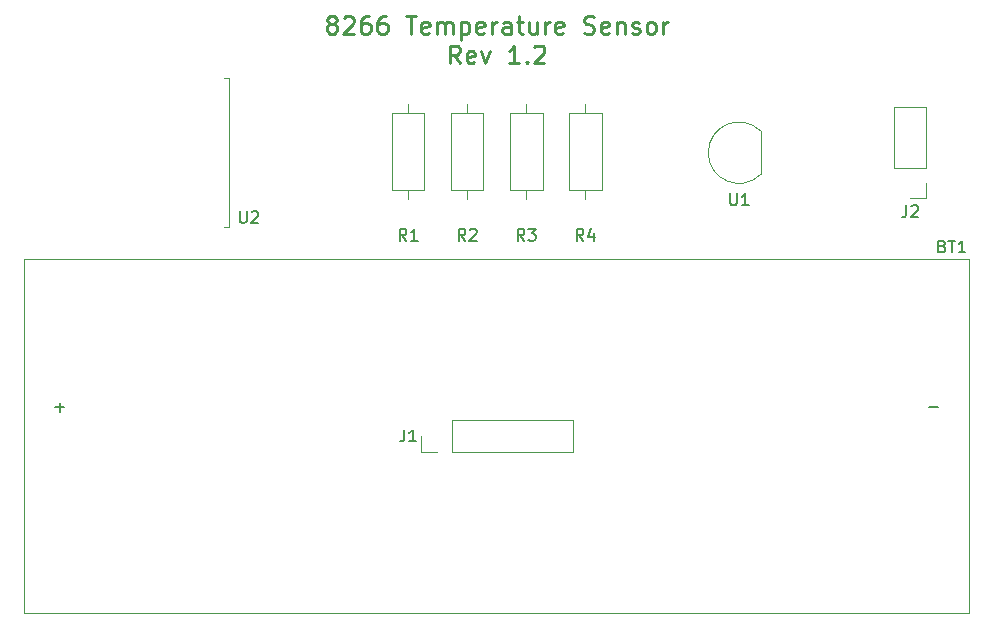
<source format=gbr>
%TF.GenerationSoftware,KiCad,Pcbnew,(5.1.9)-1*%
%TF.CreationDate,2021-05-15T15:20:44+02:00*%
%TF.ProjectId,esp8266temp,65737038-3236-4367-9465-6d702e6b6963,rev?*%
%TF.SameCoordinates,Original*%
%TF.FileFunction,Legend,Top*%
%TF.FilePolarity,Positive*%
%FSLAX46Y46*%
G04 Gerber Fmt 4.6, Leading zero omitted, Abs format (unit mm)*
G04 Created by KiCad (PCBNEW (5.1.9)-1) date 2021-05-15 15:20:44*
%MOMM*%
%LPD*%
G01*
G04 APERTURE LIST*
%ADD10C,0.250000*%
%ADD11C,0.120000*%
%ADD12C,0.150000*%
G04 APERTURE END LIST*
D10*
X66892857Y-38071428D02*
X66749999Y-38000000D01*
X66678571Y-37928571D01*
X66607142Y-37785714D01*
X66607142Y-37714285D01*
X66678571Y-37571428D01*
X66749999Y-37500000D01*
X66892857Y-37428571D01*
X67178571Y-37428571D01*
X67321428Y-37500000D01*
X67392857Y-37571428D01*
X67464285Y-37714285D01*
X67464285Y-37785714D01*
X67392857Y-37928571D01*
X67321428Y-38000000D01*
X67178571Y-38071428D01*
X66892857Y-38071428D01*
X66749999Y-38142857D01*
X66678571Y-38214285D01*
X66607142Y-38357142D01*
X66607142Y-38642857D01*
X66678571Y-38785714D01*
X66749999Y-38857142D01*
X66892857Y-38928571D01*
X67178571Y-38928571D01*
X67321428Y-38857142D01*
X67392857Y-38785714D01*
X67464285Y-38642857D01*
X67464285Y-38357142D01*
X67392857Y-38214285D01*
X67321428Y-38142857D01*
X67178571Y-38071428D01*
X68035714Y-37571428D02*
X68107142Y-37500000D01*
X68250000Y-37428571D01*
X68607142Y-37428571D01*
X68750000Y-37500000D01*
X68821428Y-37571428D01*
X68892857Y-37714285D01*
X68892857Y-37857142D01*
X68821428Y-38071428D01*
X67964285Y-38928571D01*
X68892857Y-38928571D01*
X70178571Y-37428571D02*
X69892857Y-37428571D01*
X69750000Y-37500000D01*
X69678571Y-37571428D01*
X69535714Y-37785714D01*
X69464285Y-38071428D01*
X69464285Y-38642857D01*
X69535714Y-38785714D01*
X69607142Y-38857142D01*
X69750000Y-38928571D01*
X70035714Y-38928571D01*
X70178571Y-38857142D01*
X70250000Y-38785714D01*
X70321428Y-38642857D01*
X70321428Y-38285714D01*
X70250000Y-38142857D01*
X70178571Y-38071428D01*
X70035714Y-38000000D01*
X69750000Y-38000000D01*
X69607142Y-38071428D01*
X69535714Y-38142857D01*
X69464285Y-38285714D01*
X71607142Y-37428571D02*
X71321428Y-37428571D01*
X71178571Y-37500000D01*
X71107142Y-37571428D01*
X70964285Y-37785714D01*
X70892857Y-38071428D01*
X70892857Y-38642857D01*
X70964285Y-38785714D01*
X71035714Y-38857142D01*
X71178571Y-38928571D01*
X71464285Y-38928571D01*
X71607142Y-38857142D01*
X71678571Y-38785714D01*
X71750000Y-38642857D01*
X71750000Y-38285714D01*
X71678571Y-38142857D01*
X71607142Y-38071428D01*
X71464285Y-38000000D01*
X71178571Y-38000000D01*
X71035714Y-38071428D01*
X70964285Y-38142857D01*
X70892857Y-38285714D01*
X73321428Y-37428571D02*
X74178571Y-37428571D01*
X73750000Y-38928571D02*
X73750000Y-37428571D01*
X75250000Y-38857142D02*
X75107142Y-38928571D01*
X74821428Y-38928571D01*
X74678571Y-38857142D01*
X74607142Y-38714285D01*
X74607142Y-38142857D01*
X74678571Y-38000000D01*
X74821428Y-37928571D01*
X75107142Y-37928571D01*
X75250000Y-38000000D01*
X75321428Y-38142857D01*
X75321428Y-38285714D01*
X74607142Y-38428571D01*
X75964285Y-38928571D02*
X75964285Y-37928571D01*
X75964285Y-38071428D02*
X76035714Y-38000000D01*
X76178571Y-37928571D01*
X76392857Y-37928571D01*
X76535714Y-38000000D01*
X76607142Y-38142857D01*
X76607142Y-38928571D01*
X76607142Y-38142857D02*
X76678571Y-38000000D01*
X76821428Y-37928571D01*
X77035714Y-37928571D01*
X77178571Y-38000000D01*
X77250000Y-38142857D01*
X77250000Y-38928571D01*
X77964285Y-37928571D02*
X77964285Y-39428571D01*
X77964285Y-38000000D02*
X78107142Y-37928571D01*
X78392857Y-37928571D01*
X78535714Y-38000000D01*
X78607142Y-38071428D01*
X78678571Y-38214285D01*
X78678571Y-38642857D01*
X78607142Y-38785714D01*
X78535714Y-38857142D01*
X78392857Y-38928571D01*
X78107142Y-38928571D01*
X77964285Y-38857142D01*
X79892857Y-38857142D02*
X79750000Y-38928571D01*
X79464285Y-38928571D01*
X79321428Y-38857142D01*
X79250000Y-38714285D01*
X79250000Y-38142857D01*
X79321428Y-38000000D01*
X79464285Y-37928571D01*
X79750000Y-37928571D01*
X79892857Y-38000000D01*
X79964285Y-38142857D01*
X79964285Y-38285714D01*
X79250000Y-38428571D01*
X80607142Y-38928571D02*
X80607142Y-37928571D01*
X80607142Y-38214285D02*
X80678571Y-38071428D01*
X80750000Y-38000000D01*
X80892857Y-37928571D01*
X81035714Y-37928571D01*
X82178571Y-38928571D02*
X82178571Y-38142857D01*
X82107142Y-38000000D01*
X81964285Y-37928571D01*
X81678571Y-37928571D01*
X81535714Y-38000000D01*
X82178571Y-38857142D02*
X82035714Y-38928571D01*
X81678571Y-38928571D01*
X81535714Y-38857142D01*
X81464285Y-38714285D01*
X81464285Y-38571428D01*
X81535714Y-38428571D01*
X81678571Y-38357142D01*
X82035714Y-38357142D01*
X82178571Y-38285714D01*
X82678571Y-37928571D02*
X83250000Y-37928571D01*
X82892857Y-37428571D02*
X82892857Y-38714285D01*
X82964285Y-38857142D01*
X83107142Y-38928571D01*
X83250000Y-38928571D01*
X84392857Y-37928571D02*
X84392857Y-38928571D01*
X83750000Y-37928571D02*
X83750000Y-38714285D01*
X83821428Y-38857142D01*
X83964285Y-38928571D01*
X84178571Y-38928571D01*
X84321428Y-38857142D01*
X84392857Y-38785714D01*
X85107142Y-38928571D02*
X85107142Y-37928571D01*
X85107142Y-38214285D02*
X85178571Y-38071428D01*
X85250000Y-38000000D01*
X85392857Y-37928571D01*
X85535714Y-37928571D01*
X86607142Y-38857142D02*
X86464285Y-38928571D01*
X86178571Y-38928571D01*
X86035714Y-38857142D01*
X85964285Y-38714285D01*
X85964285Y-38142857D01*
X86035714Y-38000000D01*
X86178571Y-37928571D01*
X86464285Y-37928571D01*
X86607142Y-38000000D01*
X86678571Y-38142857D01*
X86678571Y-38285714D01*
X85964285Y-38428571D01*
X88392857Y-38857142D02*
X88607142Y-38928571D01*
X88964285Y-38928571D01*
X89107142Y-38857142D01*
X89178571Y-38785714D01*
X89250000Y-38642857D01*
X89250000Y-38500000D01*
X89178571Y-38357142D01*
X89107142Y-38285714D01*
X88964285Y-38214285D01*
X88678571Y-38142857D01*
X88535714Y-38071428D01*
X88464285Y-38000000D01*
X88392857Y-37857142D01*
X88392857Y-37714285D01*
X88464285Y-37571428D01*
X88535714Y-37500000D01*
X88678571Y-37428571D01*
X89035714Y-37428571D01*
X89250000Y-37500000D01*
X90464285Y-38857142D02*
X90321428Y-38928571D01*
X90035714Y-38928571D01*
X89892857Y-38857142D01*
X89821428Y-38714285D01*
X89821428Y-38142857D01*
X89892857Y-38000000D01*
X90035714Y-37928571D01*
X90321428Y-37928571D01*
X90464285Y-38000000D01*
X90535714Y-38142857D01*
X90535714Y-38285714D01*
X89821428Y-38428571D01*
X91178571Y-37928571D02*
X91178571Y-38928571D01*
X91178571Y-38071428D02*
X91250000Y-38000000D01*
X91392857Y-37928571D01*
X91607142Y-37928571D01*
X91750000Y-38000000D01*
X91821428Y-38142857D01*
X91821428Y-38928571D01*
X92464285Y-38857142D02*
X92607142Y-38928571D01*
X92892857Y-38928571D01*
X93035714Y-38857142D01*
X93107142Y-38714285D01*
X93107142Y-38642857D01*
X93035714Y-38500000D01*
X92892857Y-38428571D01*
X92678571Y-38428571D01*
X92535714Y-38357142D01*
X92464285Y-38214285D01*
X92464285Y-38142857D01*
X92535714Y-38000000D01*
X92678571Y-37928571D01*
X92892857Y-37928571D01*
X93035714Y-38000000D01*
X93964285Y-38928571D02*
X93821428Y-38857142D01*
X93750000Y-38785714D01*
X93678571Y-38642857D01*
X93678571Y-38214285D01*
X93750000Y-38071428D01*
X93821428Y-38000000D01*
X93964285Y-37928571D01*
X94178571Y-37928571D01*
X94321428Y-38000000D01*
X94392857Y-38071428D01*
X94464285Y-38214285D01*
X94464285Y-38642857D01*
X94392857Y-38785714D01*
X94321428Y-38857142D01*
X94178571Y-38928571D01*
X93964285Y-38928571D01*
X95107142Y-38928571D02*
X95107142Y-37928571D01*
X95107142Y-38214285D02*
X95178571Y-38071428D01*
X95250000Y-38000000D01*
X95392857Y-37928571D01*
X95535714Y-37928571D01*
X77892857Y-41428571D02*
X77392857Y-40714285D01*
X77035714Y-41428571D02*
X77035714Y-39928571D01*
X77607142Y-39928571D01*
X77750000Y-40000000D01*
X77821428Y-40071428D01*
X77892857Y-40214285D01*
X77892857Y-40428571D01*
X77821428Y-40571428D01*
X77750000Y-40642857D01*
X77607142Y-40714285D01*
X77035714Y-40714285D01*
X79107142Y-41357142D02*
X78964285Y-41428571D01*
X78678571Y-41428571D01*
X78535714Y-41357142D01*
X78464285Y-41214285D01*
X78464285Y-40642857D01*
X78535714Y-40500000D01*
X78678571Y-40428571D01*
X78964285Y-40428571D01*
X79107142Y-40500000D01*
X79178571Y-40642857D01*
X79178571Y-40785714D01*
X78464285Y-40928571D01*
X79678571Y-40428571D02*
X80035714Y-41428571D01*
X80392857Y-40428571D01*
X82892857Y-41428571D02*
X82035714Y-41428571D01*
X82464285Y-41428571D02*
X82464285Y-39928571D01*
X82321428Y-40142857D01*
X82178571Y-40285714D01*
X82035714Y-40357142D01*
X83535714Y-41285714D02*
X83607142Y-41357142D01*
X83535714Y-41428571D01*
X83464285Y-41357142D01*
X83535714Y-41285714D01*
X83535714Y-41428571D01*
X84178571Y-40071428D02*
X84250000Y-40000000D01*
X84392857Y-39928571D01*
X84750000Y-39928571D01*
X84892857Y-40000000D01*
X84964285Y-40071428D01*
X85035714Y-40214285D01*
X85035714Y-40357142D01*
X84964285Y-40571428D01*
X84107142Y-41428571D01*
X85035714Y-41428571D01*
D11*
%TO.C,U2*%
X58300000Y-42700000D02*
X57900000Y-42700000D01*
X58300000Y-55300000D02*
X57900000Y-55300000D01*
X58300000Y-42700000D02*
X58300000Y-55300000D01*
%TO.C,R3*%
X83500000Y-44880000D02*
X83500000Y-45650000D01*
X83500000Y-52960000D02*
X83500000Y-52190000D01*
X82130000Y-45650000D02*
X82130000Y-52190000D01*
X84870000Y-45650000D02*
X82130000Y-45650000D01*
X84870000Y-52190000D02*
X84870000Y-45650000D01*
X82130000Y-52190000D02*
X84870000Y-52190000D01*
%TO.C,U1*%
X103350000Y-50800000D02*
X103350000Y-47200000D01*
X103338478Y-47161522D02*
G75*
G03*
X98900000Y-49000000I-1838478J-1838478D01*
G01*
X103338478Y-50838478D02*
G75*
G02*
X98900000Y-49000000I-1838478J1838478D01*
G01*
%TO.C,R4*%
X88500000Y-52960000D02*
X88500000Y-52190000D01*
X88500000Y-44880000D02*
X88500000Y-45650000D01*
X89870000Y-52190000D02*
X89870000Y-45650000D01*
X87130000Y-52190000D02*
X89870000Y-52190000D01*
X87130000Y-45650000D02*
X87130000Y-52190000D01*
X89870000Y-45650000D02*
X87130000Y-45650000D01*
%TO.C,R2*%
X78500000Y-44880000D02*
X78500000Y-45650000D01*
X78500000Y-52960000D02*
X78500000Y-52190000D01*
X77130000Y-45650000D02*
X77130000Y-52190000D01*
X79870000Y-45650000D02*
X77130000Y-45650000D01*
X79870000Y-52190000D02*
X79870000Y-45650000D01*
X77130000Y-52190000D02*
X79870000Y-52190000D01*
%TO.C,R1*%
X73500000Y-44880000D02*
X73500000Y-45650000D01*
X73500000Y-52960000D02*
X73500000Y-52190000D01*
X72130000Y-45650000D02*
X72130000Y-52190000D01*
X74870000Y-45650000D02*
X72130000Y-45650000D01*
X74870000Y-52190000D02*
X74870000Y-45650000D01*
X72130000Y-52190000D02*
X74870000Y-52190000D01*
%TO.C,J2*%
X117330000Y-52870000D02*
X116000000Y-52870000D01*
X117330000Y-51540000D02*
X117330000Y-52870000D01*
X117330000Y-50270000D02*
X114670000Y-50270000D01*
X114670000Y-50270000D02*
X114670000Y-45130000D01*
X117330000Y-50270000D02*
X117330000Y-45130000D01*
X117330000Y-45130000D02*
X114670000Y-45130000D01*
%TO.C,J1*%
X74590000Y-74330000D02*
X74590000Y-73000000D01*
X75920000Y-74330000D02*
X74590000Y-74330000D01*
X77190000Y-74330000D02*
X77190000Y-71670000D01*
X77190000Y-71670000D02*
X87410000Y-71670000D01*
X77190000Y-74330000D02*
X87410000Y-74330000D01*
X87410000Y-74330000D02*
X87410000Y-71670000D01*
%TO.C,BT1*%
X41000000Y-88000000D02*
X41000000Y-58000000D01*
X121000000Y-88000000D02*
X41000000Y-88000000D01*
X121000000Y-58000000D02*
X121000000Y-88000000D01*
X41000000Y-58000000D02*
X121000000Y-58000000D01*
%TO.C,U2*%
D12*
X59238095Y-53952380D02*
X59238095Y-54761904D01*
X59285714Y-54857142D01*
X59333333Y-54904761D01*
X59428571Y-54952380D01*
X59619047Y-54952380D01*
X59714285Y-54904761D01*
X59761904Y-54857142D01*
X59809523Y-54761904D01*
X59809523Y-53952380D01*
X60238095Y-54047619D02*
X60285714Y-54000000D01*
X60380952Y-53952380D01*
X60619047Y-53952380D01*
X60714285Y-54000000D01*
X60761904Y-54047619D01*
X60809523Y-54142857D01*
X60809523Y-54238095D01*
X60761904Y-54380952D01*
X60190476Y-54952380D01*
X60809523Y-54952380D01*
%TO.C,R3*%
X83333333Y-56452380D02*
X83000000Y-55976190D01*
X82761904Y-56452380D02*
X82761904Y-55452380D01*
X83142857Y-55452380D01*
X83238095Y-55500000D01*
X83285714Y-55547619D01*
X83333333Y-55642857D01*
X83333333Y-55785714D01*
X83285714Y-55880952D01*
X83238095Y-55928571D01*
X83142857Y-55976190D01*
X82761904Y-55976190D01*
X83666666Y-55452380D02*
X84285714Y-55452380D01*
X83952380Y-55833333D01*
X84095238Y-55833333D01*
X84190476Y-55880952D01*
X84238095Y-55928571D01*
X84285714Y-56023809D01*
X84285714Y-56261904D01*
X84238095Y-56357142D01*
X84190476Y-56404761D01*
X84095238Y-56452380D01*
X83809523Y-56452380D01*
X83714285Y-56404761D01*
X83666666Y-56357142D01*
%TO.C,U1*%
X100738095Y-52452380D02*
X100738095Y-53261904D01*
X100785714Y-53357142D01*
X100833333Y-53404761D01*
X100928571Y-53452380D01*
X101119047Y-53452380D01*
X101214285Y-53404761D01*
X101261904Y-53357142D01*
X101309523Y-53261904D01*
X101309523Y-52452380D01*
X102309523Y-53452380D02*
X101738095Y-53452380D01*
X102023809Y-53452380D02*
X102023809Y-52452380D01*
X101928571Y-52595238D01*
X101833333Y-52690476D01*
X101738095Y-52738095D01*
%TO.C,R4*%
X88333333Y-56452380D02*
X88000000Y-55976190D01*
X87761904Y-56452380D02*
X87761904Y-55452380D01*
X88142857Y-55452380D01*
X88238095Y-55500000D01*
X88285714Y-55547619D01*
X88333333Y-55642857D01*
X88333333Y-55785714D01*
X88285714Y-55880952D01*
X88238095Y-55928571D01*
X88142857Y-55976190D01*
X87761904Y-55976190D01*
X89190476Y-55785714D02*
X89190476Y-56452380D01*
X88952380Y-55404761D02*
X88714285Y-56119047D01*
X89333333Y-56119047D01*
%TO.C,R2*%
X78333333Y-56452380D02*
X78000000Y-55976190D01*
X77761904Y-56452380D02*
X77761904Y-55452380D01*
X78142857Y-55452380D01*
X78238095Y-55500000D01*
X78285714Y-55547619D01*
X78333333Y-55642857D01*
X78333333Y-55785714D01*
X78285714Y-55880952D01*
X78238095Y-55928571D01*
X78142857Y-55976190D01*
X77761904Y-55976190D01*
X78714285Y-55547619D02*
X78761904Y-55500000D01*
X78857142Y-55452380D01*
X79095238Y-55452380D01*
X79190476Y-55500000D01*
X79238095Y-55547619D01*
X79285714Y-55642857D01*
X79285714Y-55738095D01*
X79238095Y-55880952D01*
X78666666Y-56452380D01*
X79285714Y-56452380D01*
%TO.C,R1*%
X73333333Y-56452380D02*
X73000000Y-55976190D01*
X72761904Y-56452380D02*
X72761904Y-55452380D01*
X73142857Y-55452380D01*
X73238095Y-55500000D01*
X73285714Y-55547619D01*
X73333333Y-55642857D01*
X73333333Y-55785714D01*
X73285714Y-55880952D01*
X73238095Y-55928571D01*
X73142857Y-55976190D01*
X72761904Y-55976190D01*
X74285714Y-56452380D02*
X73714285Y-56452380D01*
X74000000Y-56452380D02*
X74000000Y-55452380D01*
X73904761Y-55595238D01*
X73809523Y-55690476D01*
X73714285Y-55738095D01*
%TO.C,J2*%
X115666666Y-53452380D02*
X115666666Y-54166666D01*
X115619047Y-54309523D01*
X115523809Y-54404761D01*
X115380952Y-54452380D01*
X115285714Y-54452380D01*
X116095238Y-53547619D02*
X116142857Y-53500000D01*
X116238095Y-53452380D01*
X116476190Y-53452380D01*
X116571428Y-53500000D01*
X116619047Y-53547619D01*
X116666666Y-53642857D01*
X116666666Y-53738095D01*
X116619047Y-53880952D01*
X116047619Y-54452380D01*
X116666666Y-54452380D01*
%TO.C,J1*%
X73166666Y-72452380D02*
X73166666Y-73166666D01*
X73119047Y-73309523D01*
X73023809Y-73404761D01*
X72880952Y-73452380D01*
X72785714Y-73452380D01*
X74166666Y-73452380D02*
X73595238Y-73452380D01*
X73880952Y-73452380D02*
X73880952Y-72452380D01*
X73785714Y-72595238D01*
X73690476Y-72690476D01*
X73595238Y-72738095D01*
%TO.C,BT1*%
X118714285Y-56928571D02*
X118857142Y-56976190D01*
X118904761Y-57023809D01*
X118952380Y-57119047D01*
X118952380Y-57261904D01*
X118904761Y-57357142D01*
X118857142Y-57404761D01*
X118761904Y-57452380D01*
X118380952Y-57452380D01*
X118380952Y-56452380D01*
X118714285Y-56452380D01*
X118809523Y-56500000D01*
X118857142Y-56547619D01*
X118904761Y-56642857D01*
X118904761Y-56738095D01*
X118857142Y-56833333D01*
X118809523Y-56880952D01*
X118714285Y-56928571D01*
X118380952Y-56928571D01*
X119238095Y-56452380D02*
X119809523Y-56452380D01*
X119523809Y-57452380D02*
X119523809Y-56452380D01*
X120666666Y-57452380D02*
X120095238Y-57452380D01*
X120380952Y-57452380D02*
X120380952Y-56452380D01*
X120285714Y-56595238D01*
X120190476Y-56690476D01*
X120095238Y-56738095D01*
X117619047Y-70571428D02*
X118380952Y-70571428D01*
X43619047Y-70571428D02*
X44380952Y-70571428D01*
X44000000Y-70952380D02*
X44000000Y-70190476D01*
%TD*%
M02*

</source>
